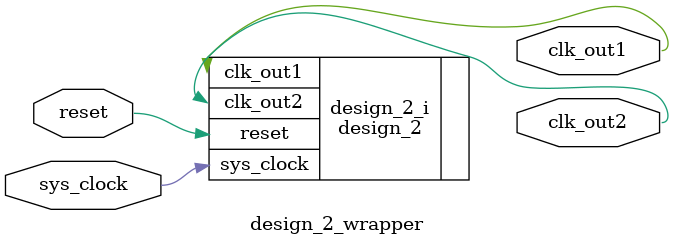
<source format=v>
`timescale 1 ps / 1 ps

module design_2_wrapper
   (clk_out1,
    clk_out2,
    reset,
    sys_clock);
  output clk_out1;
  output clk_out2;
  input reset;
  input sys_clock;

  wire clk_out1;
  wire clk_out2;
  wire reset;
  wire sys_clock;

  design_2 design_2_i
       (.clk_out1(clk_out1),
        .clk_out2(clk_out2),
        .reset(reset),
        .sys_clock(sys_clock));
endmodule

</source>
